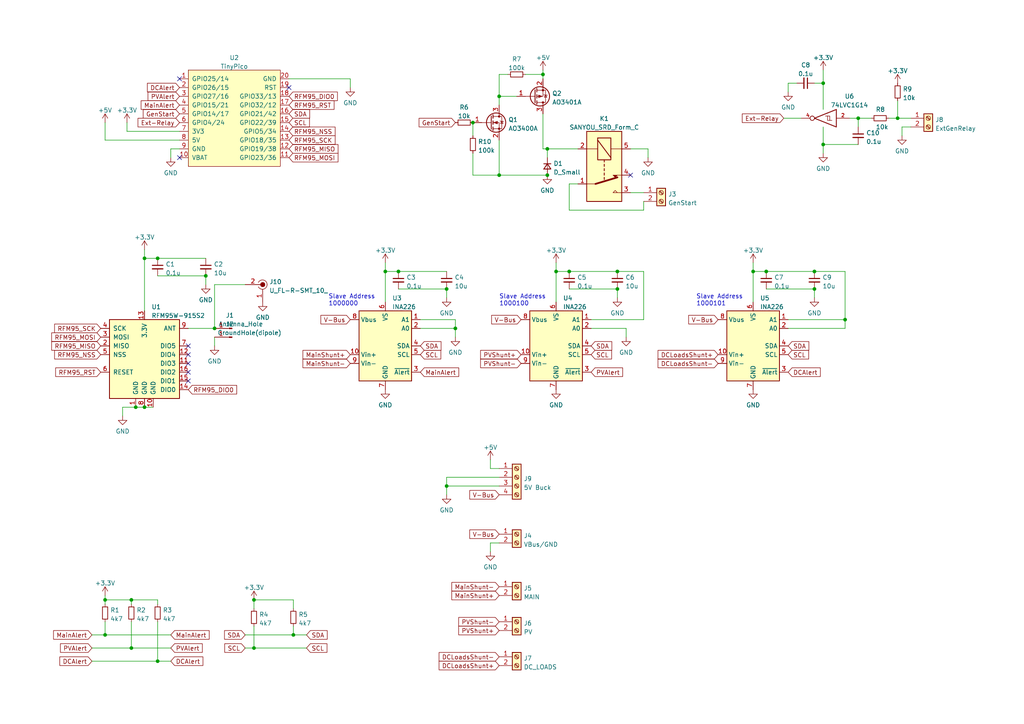
<source format=kicad_sch>
(kicad_sch (version 20211123) (generator eeschema)
  (paper "A4")
  (lib_symbols
    (symbol "74xGxx:74LVC1G14" (pin_names (offset 1.016))
      (property "Reference" "U" (at -2.54 3.81 0))
      (property "Value" "74LVC1G14" (at 0 -3.81 0))
      (symbol "74LVC1G14_0_1"
        (polyline (pts (xy -1.905 -0.635) (xy -1.27 -0.635) (xy -1.27 0.635)))
        (polyline (pts (xy -3.81 2.54) (xy -3.81 -2.54) (xy 2.54 0) (xy -3.81 2.54)) (stroke (width 0.254)))
        (polyline (pts (xy -2.54 -0.635) (xy -1.905 -0.635) (xy -1.905 0.635) (xy -0.635 0.635)))
      )
      (symbol "74LVC1G14_1_1"
        (pin input line (at -7.62 0 0) (length 3.81) (name "~") (number "2"))
        (pin power_in line (at 0 -2.54 270) (length 0) hide (name "GND") (number "3"))
        (pin output inverted (at 6.35 0 180) (length 3.81) (name "~") (number "4"))
        (pin power_in line (at 0 2.54 90) (length 0) hide (name "VCC") (number "5"))
      )
    )
    (symbol "Analog_ADC:INA226"
      (property "Reference" "U" (at -6.35 11.43 0))
      (property "Value" "INA226" (at 3.81 11.43 0))
      (symbol "INA226_0_1"
        (rectangle (start 7.62 10.16) (end -7.62 -10.16) (stroke (width 0.254)) (fill (type background)))
      )
      (symbol "INA226_1_1"
        (pin input line (at 10.16 7.62 180) (length 2.54) (name "A1") (number "1"))
        (pin input line (at -10.16 -2.54 0) (length 2.54) (name "Vin+") (number "10"))
        (pin input line (at 10.16 5.08 180) (length 2.54) (name "A0") (number "2"))
        (pin open_collector line (at 10.16 -7.62 180) (length 2.54) (name "~{Alert}") (number "3"))
        (pin bidirectional line (at 10.16 0 180) (length 2.54) (name "SDA") (number "4"))
        (pin input line (at 10.16 -2.54 180) (length 2.54) (name "SCL") (number "5"))
        (pin power_in line (at 0 12.7 270) (length 2.54) (name "VS") (number "6"))
        (pin power_in line (at 0 -12.7 90) (length 2.54) (name "GND") (number "7"))
        (pin input line (at -10.16 7.62 0) (length 2.54) (name "Vbus") (number "8"))
        (pin input line (at -10.16 -5.08 0) (length 2.54) (name "Vin-") (number "9"))
      )
    )
    (symbol "Connector:Conn_01x01_Male" (pin_names (offset 1.016) hide)
      (property "Reference" "J" (at 0 2.54 0))
      (property "Value" "Conn_01x01_Male" (at 0 -2.54 0))
      (symbol "Conn_01x01_Male_1_1"
        (polyline (pts (xy 1.27 0) (xy 0.8636 0)) (stroke (width 0.1524)))
        (rectangle (start 0.8636 0.127) (end 0 -0.127) (stroke (width 0.1524)) (fill (type outline)))
        (pin passive line (at 5.08 0 180) (length 3.81) (name "Pin_1") (number "1"))
      )
    )
    (symbol "Connector:Screw_Terminal_01x02" (pin_names (offset 1.016) hide)
      (property "Reference" "J" (at 0 2.54 0))
      (property "Value" "Screw_Terminal_01x02" (at 0 -5.08 0))
      (symbol "Screw_Terminal_01x02_1_1"
        (rectangle (start -1.27 1.27) (end 1.27 -3.81) (stroke (width 0.254)) (fill (type background)))
        (circle (center 0 -2.54) (radius 0.635) (stroke (width 0.1524)))
        (polyline (pts (xy -0.5334 -2.2098) (xy 0.3302 -3.048)) (stroke (width 0.1524)))
        (polyline (pts (xy -0.5334 0.3302) (xy 0.3302 -0.508)) (stroke (width 0.1524)))
        (polyline (pts (xy -0.3556 -2.032) (xy 0.508 -2.8702)) (stroke (width 0.1524)))
        (polyline (pts (xy -0.3556 0.508) (xy 0.508 -0.3302)) (stroke (width 0.1524)))
        (circle (center 0 0) (radius 0.635) (stroke (width 0.1524)))
        (pin passive line (at -5.08 0 0) (length 3.81) (name "Pin_1") (number "1"))
        (pin passive line (at -5.08 -2.54 0) (length 3.81) (name "Pin_2") (number "2"))
      )
    )
    (symbol "Connector:Screw_Terminal_01x04" (pin_names (offset 1.016) hide)
      (property "Reference" "J" (at 0 5.08 0))
      (property "Value" "Screw_Terminal_01x04" (at 0 -7.62 0))
      (symbol "Screw_Terminal_01x04_1_1"
        (rectangle (start -1.27 3.81) (end 1.27 -6.35) (stroke (width 0.254)) (fill (type background)))
        (circle (center 0 -5.08) (radius 0.635) (stroke (width 0.1524)))
        (circle (center 0 -2.54) (radius 0.635) (stroke (width 0.1524)))
        (polyline (pts (xy -0.5334 -4.7498) (xy 0.3302 -5.588)) (stroke (width 0.1524)))
        (polyline (pts (xy -0.5334 -2.2098) (xy 0.3302 -3.048)) (stroke (width 0.1524)))
        (polyline (pts (xy -0.5334 0.3302) (xy 0.3302 -0.508)) (stroke (width 0.1524)))
        (polyline (pts (xy -0.5334 2.8702) (xy 0.3302 2.032)) (stroke (width 0.1524)))
        (polyline (pts (xy -0.3556 -4.572) (xy 0.508 -5.4102)) (stroke (width 0.1524)))
        (polyline (pts (xy -0.3556 -2.032) (xy 0.508 -2.8702)) (stroke (width 0.1524)))
        (polyline (pts (xy -0.3556 0.508) (xy 0.508 -0.3302)) (stroke (width 0.1524)))
        (polyline (pts (xy -0.3556 3.048) (xy 0.508 2.2098)) (stroke (width 0.1524)))
        (circle (center 0 0) (radius 0.635) (stroke (width 0.1524)))
        (circle (center 0 2.54) (radius 0.635) (stroke (width 0.1524)))
        (pin passive line (at -5.08 2.54 0) (length 3.81) (name "Pin_1") (number "1"))
        (pin passive line (at -5.08 0 0) (length 3.81) (name "Pin_2") (number "2"))
        (pin passive line (at -5.08 -2.54 0) (length 3.81) (name "Pin_3") (number "3"))
        (pin passive line (at -5.08 -5.08 0) (length 3.81) (name "Pin_4") (number "4"))
      )
    )
    (symbol "Device:C_Small" (pin_numbers hide) (pin_names (offset 0.254) hide)
      (property "Reference" "C" (at 0.254 1.778 0))
      (property "Value" "C_Small" (at 0.254 -2.032 0))
      (symbol "C_Small_0_1"
        (polyline (pts (xy -1.524 -0.508) (xy 1.524 -0.508)) (stroke (width 0.3302)))
        (polyline (pts (xy -1.524 0.508) (xy 1.524 0.508)) (stroke (width 0.3048)))
      )
      (symbol "C_Small_1_1"
        (pin passive line (at 0 2.54 270) (length 2.032) (name "~") (number "1"))
        (pin passive line (at 0 -2.54 90) (length 2.032) (name "~") (number "2"))
      )
    )
    (symbol "Device:D_Small" (pin_numbers hide) (pin_names (offset 0.254) hide)
      (property "Reference" "D" (at -1.27 2.032 0))
      (property "Value" "D_Small" (at -3.81 -2.032 0))
      (symbol "D_Small_0_1"
        (polyline (pts (xy -0.762 -1.016) (xy -0.762 1.016)) (stroke (width 0.254)))
        (polyline (pts (xy -0.762 0) (xy 0.762 0)))
        (polyline (pts (xy 0.762 -1.016) (xy -0.762 0) (xy 0.762 1.016) (xy 0.762 -1.016)) (stroke (width 0.254)))
      )
      (symbol "D_Small_1_1"
        (pin passive line (at -2.54 0 0) (length 1.778) (name "K") (number "1"))
        (pin passive line (at 2.54 0 180) (length 1.778) (name "A") (number "2"))
      )
    )
    (symbol "Device:R_Small" (pin_numbers hide) (pin_names (offset 0.254) hide)
      (property "Reference" "R" (at 0.762 0.508 0))
      (property "Value" "R_Small" (at 0.762 -1.016 0))
      (symbol "R_Small_0_1"
        (rectangle (start -0.762 1.778) (end 0.762 -1.778) (stroke (width 0.2032)))
      )
      (symbol "R_Small_1_1"
        (pin passive line (at 0 2.54 270) (length 0.762) (name "~") (number "1"))
        (pin passive line (at 0 -2.54 90) (length 0.762) (name "~") (number "2"))
      )
    )
    (symbol "RF_Module:RFM95W-915S2" (pin_names (offset 1.016))
      (property "Reference" "U" (at -10.414 11.684 0))
      (property "Value" "RFM95W-915S2" (at 1.524 11.43 0))
      (symbol "RFM95W-915S2_0_1"
        (rectangle (start -10.16 10.16) (end 10.16 -12.7) (stroke (width 0.254)) (fill (type background)))
      )
      (symbol "RFM95W-915S2_1_1"
        (pin power_in line (at -2.54 -15.24 90) (length 2.54) (name "GND") (number "1"))
        (pin power_in line (at 2.54 -15.24 90) (length 2.54) (name "GND") (number "10"))
        (pin bidirectional line (at 12.7 -2.54 180) (length 2.54) (name "DIO3") (number "11"))
        (pin bidirectional line (at 12.7 0 180) (length 2.54) (name "DIO4") (number "12"))
        (pin power_in line (at 0 12.7 270) (length 2.54) (name "3.3V") (number "13"))
        (pin bidirectional line (at 12.7 -10.16 180) (length 2.54) (name "DIO0") (number "14"))
        (pin bidirectional line (at 12.7 -7.62 180) (length 2.54) (name "DIO1") (number "15"))
        (pin bidirectional line (at 12.7 -5.08 180) (length 2.54) (name "DIO2") (number "16"))
        (pin output line (at -12.7 2.54 0) (length 2.54) (name "MISO") (number "2"))
        (pin input line (at -12.7 5.08 0) (length 2.54) (name "MOSI") (number "3"))
        (pin input line (at -12.7 7.62 0) (length 2.54) (name "SCK") (number "4"))
        (pin input line (at -12.7 0 0) (length 2.54) (name "NSS") (number "5"))
        (pin bidirectional line (at -12.7 -5.08 0) (length 2.54) (name "RESET") (number "6"))
        (pin bidirectional line (at 12.7 2.54 180) (length 2.54) (name "DIO5") (number "7"))
        (pin power_in line (at 0 -15.24 90) (length 2.54) (name "GND") (number "8"))
        (pin bidirectional line (at 12.7 7.62 180) (length 2.54) (name "ANT") (number "9"))
      )
    )
    (symbol "Relay:SANYOU_SRD_Form_C"
      (property "Reference" "K" (at 11.43 3.81 0))
      (property "Value" "SANYOU_SRD_Form_C" (at 11.43 1.27 0))
      (symbol "SANYOU_SRD_Form_C_0_0"
        (polyline (pts (xy 7.62 5.08) (xy 7.62 2.54) (xy 6.985 3.175) (xy 7.62 3.81)))
      )
      (symbol "SANYOU_SRD_Form_C_0_1"
        (rectangle (start -10.16 5.08) (end 10.16 -5.08) (stroke (width 0.254)) (fill (type background)))
        (rectangle (start -8.255 1.905) (end -1.905 -1.905) (stroke (width 0.254)))
        (polyline (pts (xy -7.62 -1.905) (xy -2.54 1.905)) (stroke (width 0.254)))
        (polyline (pts (xy -5.08 -5.08) (xy -5.08 -1.905)))
        (polyline (pts (xy -5.08 5.08) (xy -5.08 1.905)))
        (polyline (pts (xy -1.905 0) (xy -1.27 0)) (stroke (width 0.254)))
        (polyline (pts (xy -0.635 0) (xy 0 0)) (stroke (width 0.254)))
        (polyline (pts (xy 0.635 0) (xy 1.27 0)) (stroke (width 0.254)))
        (polyline (pts (xy 1.905 0) (xy 2.54 0)) (stroke (width 0.254)))
        (polyline (pts (xy 3.175 0) (xy 3.81 0)) (stroke (width 0.254)))
        (polyline (pts (xy 5.08 -2.54) (xy 3.175 3.81)) (stroke (width 0.508)))
        (polyline (pts (xy 5.08 -2.54) (xy 5.08 -5.08)))
      )
      (symbol "SANYOU_SRD_Form_C_1_1"
        (polyline (pts (xy 2.54 3.81) (xy 3.175 3.175) (xy 2.54 2.54) (xy 2.54 5.08)) (fill (type outline)))
        (pin passive line (at 5.08 -7.62 90) (length 2.54) (name "~") (number "1"))
        (pin passive line (at -5.08 -7.62 90) (length 2.54) (name "~") (number "2"))
        (pin passive line (at 7.62 7.62 270) (length 2.54) (name "~") (number "3"))
        (pin passive line (at 2.54 7.62 270) (length 2.54) (name "~") (number "4"))
        (pin passive line (at -5.08 7.62 270) (length 2.54) (name "~") (number "5"))
      )
    )
    (symbol "Transistor_FET:AO3400A" (pin_names hide)
      (property "Reference" "Q" (at 5.08 1.905 0))
      (property "Value" "AO3400A" (at 5.08 0 0))
      (symbol "AO3400A_0_1"
        (polyline (pts (xy 0.254 0) (xy -2.54 0)))
        (polyline (pts (xy 0.254 1.905) (xy 0.254 -1.905)) (stroke (width 0.254)))
        (polyline (pts (xy 0.762 -1.27) (xy 0.762 -2.286)) (stroke (width 0.254)))
        (polyline (pts (xy 0.762 0.508) (xy 0.762 -0.508)) (stroke (width 0.254)))
        (polyline (pts (xy 0.762 2.286) (xy 0.762 1.27)) (stroke (width 0.254)))
        (polyline (pts (xy 2.54 2.54) (xy 2.54 1.778)))
        (polyline (pts (xy 2.54 -2.54) (xy 2.54 0) (xy 0.762 0)))
        (polyline (pts (xy 0.762 -1.778) (xy 3.302 -1.778) (xy 3.302 1.778) (xy 0.762 1.778)))
        (polyline (pts (xy 1.016 0) (xy 2.032 0.381) (xy 2.032 -0.381) (xy 1.016 0)) (fill (type outline)))
        (polyline (pts (xy 2.794 0.508) (xy 2.921 0.381) (xy 3.683 0.381) (xy 3.81 0.254)))
        (polyline (pts (xy 3.302 0.381) (xy 2.921 -0.254) (xy 3.683 -0.254) (xy 3.302 0.381)))
        (circle (center 1.651 0) (radius 2.794) (stroke (width 0.254)))
        (circle (center 2.54 -1.778) (radius 0.254) (fill (type outline)))
        (circle (center 2.54 1.778) (radius 0.254) (fill (type outline)))
      )
      (symbol "AO3400A_1_1"
        (pin input line (at -5.08 0 0) (length 2.54) (name "G") (number "1"))
        (pin passive line (at 2.54 -5.08 90) (length 2.54) (name "S") (number "2"))
        (pin passive line (at 2.54 5.08 270) (length 2.54) (name "D") (number "3"))
      )
    )
    (symbol "Transistor_FET:AO3401A" (pin_names hide)
      (property "Reference" "Q" (at 5.08 1.905 0))
      (property "Value" "AO3401A" (at 5.08 0 0))
      (symbol "AO3401A_0_1"
        (polyline (pts (xy 0.254 0) (xy -2.54 0)))
        (polyline (pts (xy 0.254 1.905) (xy 0.254 -1.905)) (stroke (width 0.254)))
        (polyline (pts (xy 0.762 -1.27) (xy 0.762 -2.286)) (stroke (width 0.254)))
        (polyline (pts (xy 0.762 0.508) (xy 0.762 -0.508)) (stroke (width 0.254)))
        (polyline (pts (xy 0.762 2.286) (xy 0.762 1.27)) (stroke (width 0.254)))
        (polyline (pts (xy 2.54 2.54) (xy 2.54 1.778)))
        (polyline (pts (xy 2.54 -2.54) (xy 2.54 0) (xy 0.762 0)))
        (polyline (pts (xy 0.762 1.778) (xy 3.302 1.778) (xy 3.302 -1.778) (xy 0.762 -1.778)))
        (polyline (pts (xy 2.286 0) (xy 1.27 0.381) (xy 1.27 -0.381) (xy 2.286 0)) (fill (type outline)))
        (polyline (pts (xy 2.794 -0.508) (xy 2.921 -0.381) (xy 3.683 -0.381) (xy 3.81 -0.254)))
        (polyline (pts (xy 3.302 -0.381) (xy 2.921 0.254) (xy 3.683 0.254) (xy 3.302 -0.381)))
        (circle (center 1.651 0) (radius 2.794) (stroke (width 0.254)))
        (circle (center 2.54 -1.778) (radius 0.254) (fill (type outline)))
        (circle (center 2.54 1.778) (radius 0.254) (fill (type outline)))
      )
      (symbol "AO3401A_1_1"
        (pin input line (at -5.08 0 0) (length 2.54) (name "G") (number "1"))
        (pin passive line (at 2.54 -5.08 90) (length 2.54) (name "S") (number "2"))
        (pin passive line (at 2.54 5.08 270) (length 2.54) (name "D") (number "3"))
      )
    )
    (symbol "dk_Coaxial-Connectors-RF:U_FL-R-SMT_10_" (pin_names (offset 1.016))
      (property "Reference" "J" (at -1.27 1.27 0))
      (property "Value" "U_FL-R-SMT_10_" (at 1.27 -2.54 0))
      (symbol "U_FL-R-SMT_10__1_1"
        (arc (start -1.27 0) (mid -0.2651 -1.3081) (end 1.27 -0.635))
        (circle (center 0 0) (radius 0.635) (fill (type outline)))
        (arc (start 1.27 0.635) (mid -0.2496 1.3256) (end -1.27 0))
        (pin passive line (at 0 -5.08 90) (length 3.683) (name "~") (number "1"))
        (pin passive line (at 5.08 0 180) (length 4.445) (name "~") (number "2"))
      )
    )
    (symbol "dmc_dev_modules:TinyPico" (pin_names (offset 1.016))
      (property "Reference" "U" (at -8.89 16.51 0))
      (property "Value" "TinyPico" (at -8.89 13.97 0))
      (symbol "TinyPico_0_1"
        (rectangle (start -13.97 12.7) (end 12.7 -15.24) (fill (type background)))
      )
      (symbol "TinyPico_1_1"
        (pin passive line (at -16.51 10.16 0) (length 2.54) (name "GPIO25/14") (number "1"))
        (pin passive line (at -16.51 -12.7 0) (length 2.54) (name "VBAT") (number "10"))
        (pin passive line (at 15.24 -12.7 180) (length 2.54) (name "GPIO23/36") (number "11"))
        (pin passive line (at 15.24 -10.16 180) (length 2.54) (name "GPIO19/38") (number "12"))
        (pin passive line (at 15.24 -7.62 180) (length 2.54) (name "GPIO18/35") (number "13"))
        (pin passive line (at 15.24 -5.08 180) (length 2.54) (name "GPIO5/34") (number "14"))
        (pin passive line (at 15.24 -2.54 180) (length 2.54) (name "GPIO22/39") (number "15"))
        (pin passive line (at 15.24 0 180) (length 2.54) (name "GPIO21/42") (number "16"))
        (pin passive line (at 15.24 2.54 180) (length 2.54) (name "GPIO32/12") (number "17"))
        (pin passive line (at 15.24 5.08 180) (length 2.54) (name "GPIO33/13") (number "18"))
        (pin passive line (at 15.24 7.62 180) (length 2.54) (name "RST") (number "19"))
        (pin passive line (at -16.51 7.62 0) (length 2.54) (name "GPIO26/15") (number "2"))
        (pin power_in line (at 15.24 10.16 180) (length 2.54) (name "GND") (number "20"))
        (pin passive line (at -16.51 5.08 0) (length 2.54) (name "GPIO27/16") (number "3"))
        (pin passive line (at -16.51 2.54 0) (length 2.54) (name "GPIO15/21") (number "4"))
        (pin passive line (at -16.51 0 0) (length 2.54) (name "GPIO14/17") (number "5"))
        (pin passive line (at -16.51 -2.54 0) (length 2.54) (name "GPIO4/24") (number "6"))
        (pin power_out line (at -16.51 -5.08 0) (length 2.54) (name "3V3") (number "7"))
        (pin power_in line (at -16.51 -7.62 0) (length 2.54) (name "5V") (number "8"))
        (pin power_in line (at -16.51 -10.16 0) (length 2.54) (name "GND") (number "9"))
      )
    )
    (symbol "power:+3.3V" (power) (pin_names (offset 0))
      (property "Value" "+3.3V" (at 0 3.556 0))
      (symbol "+3.3V_0_1"
        (polyline (pts (xy -0.762 1.27) (xy 0 2.54)))
        (polyline (pts (xy 0 0) (xy 0 2.54)))
        (polyline (pts (xy 0 2.54) (xy 0.762 1.27)))
      )
      (symbol "+3.3V_1_1"
        (pin power_in line (at 0 0 90) (length 0) hide (name "+3.3V") (number "1"))
      )
    )
    (symbol "power:+5V" (power) (pin_names (offset 0))
      (property "Value" "+5V" (at 0 3.556 0))
      (symbol "+5V_0_1"
        (polyline (pts (xy -0.762 1.27) (xy 0 2.54)))
        (polyline (pts (xy 0 0) (xy 0 2.54)))
        (polyline (pts (xy 0 2.54) (xy 0.762 1.27)))
      )
      (symbol "+5V_1_1"
        (pin power_in line (at 0 0 90) (length 0) hide (name "+5V") (number "1"))
      )
    )
    (symbol "power:GND" (power) (pin_names (offset 0))
      (property "Value" "GND" (at 0 -3.81 0))
      (symbol "GND_0_1"
        (polyline (pts (xy 0 0) (xy 0 -1.27) (xy 1.27 -1.27) (xy 0 -2.54) (xy -1.27 -1.27) (xy 0 -1.27)))
      )
      (symbol "GND_1_1"
        (pin power_in line (at 0 0 270) (length 0) hide (name "GND") (number "1"))
      )
    )
  )
  (junction (at 85.09 184.15))
  (junction (at 129.54 140.97))
  (junction (at 115.57 78.74))
  (junction (at 62.23 95.25))
  (junction (at 179.07 78.74))
  (junction (at 222.25 78.74))
  (junction (at 165.1 78.74))
  (junction (at 238.76 24.13))
  (junction (at 73.66 173.99))
  (junction (at 59.69 80.01))
  (junction (at 73.66 187.96))
  (junction (at 45.72 74.93))
  (junction (at 158.75 50.8))
  (junction (at 144.78 27.94))
  (junction (at 236.22 78.74))
  (junction (at 132.08 95.25))
  (junction (at 158.75 43.18))
  (junction (at 144.78 50.8))
  (junction (at 236.22 83.82))
  (junction (at 39.37 118.11))
  (junction (at 38.1 173.99))
  (junction (at 41.91 118.11))
  (junction (at 161.29 78.74))
  (junction (at 41.91 74.93))
  (junction (at 179.07 83.82))
  (junction (at 137.16 35.56))
  (junction (at 218.44 78.74))
  (junction (at 260.35 34.29))
  (junction (at 157.48 21.59))
  (junction (at 30.48 184.15))
  (junction (at 238.76 41.91))
  (junction (at 38.1 187.96))
  (junction (at 245.11 92.71))
  (junction (at 248.92 34.29))
  (junction (at 129.54 83.82))
  (junction (at 111.76 78.74))
  (junction (at 45.72 191.77))
  (junction (at 30.48 173.99))
  (no_connect (at 54.61 105.41))
  (no_connect (at 54.61 107.95))
  (no_connect (at 54.61 102.87))
  (no_connect (at 52.07 45.72))
  (no_connect (at 83.82 25.4))
  (no_connect (at 54.61 100.33))
  (no_connect (at 54.61 110.49))
  (no_connect (at 182.88 50.8))
  (no_connect (at 52.07 22.86))
  (wire (pts (xy 218.44 78.74) (xy 218.44 87.63)))
  (wire (pts (xy 36.83 35.56) (xy 36.83 38.1)))
  (wire (pts (xy 144.78 50.8) (xy 158.75 50.8)))
  (wire (pts (xy 71.12 82.55) (xy 62.23 82.55)))
  (wire (pts (xy 121.92 95.25) (xy 132.08 95.25)))
  (wire (pts (xy 157.48 43.18) (xy 158.75 43.18)))
  (wire (pts (xy 236.22 24.13) (xy 238.76 24.13)))
  (wire (pts (xy 182.88 55.88) (xy 186.69 55.88)))
  (wire (pts (xy 45.72 74.93) (xy 59.69 74.93)))
  (wire (pts (xy 222.25 83.82) (xy 236.22 83.82)))
  (wire (pts (xy 30.48 184.15) (xy 49.53 184.15)))
  (wire (pts (xy 111.76 76.2) (xy 111.76 78.74)))
  (wire (pts (xy 144.78 138.43) (xy 129.54 138.43)))
  (wire (pts (xy 179.07 83.82) (xy 179.07 86.36)))
  (wire (pts (xy 228.6 95.25) (xy 245.11 95.25)))
  (wire (pts (xy 30.48 180.34) (xy 30.48 184.15)))
  (wire (pts (xy 137.16 44.45) (xy 137.16 50.8)))
  (wire (pts (xy 137.16 35.56) (xy 137.16 39.37)))
  (wire (pts (xy 152.4 21.59) (xy 157.48 21.59)))
  (wire (pts (xy 49.53 43.18) (xy 49.53 45.72)))
  (wire (pts (xy 228.6 92.71) (xy 245.11 92.71)))
  (wire (pts (xy 62.23 97.79) (xy 62.23 100.33)))
  (wire (pts (xy 171.45 95.25) (xy 181.61 95.25)))
  (wire (pts (xy 157.48 33.02) (xy 157.48 43.18)))
  (wire (pts (xy 30.48 172.72) (xy 30.48 173.99)))
  (wire (pts (xy 171.45 92.71) (xy 186.69 92.71)))
  (wire (pts (xy 261.62 36.83) (xy 261.62 39.37)))
  (wire (pts (xy 158.75 43.18) (xy 167.64 43.18)))
  (wire (pts (xy 228.6 24.13) (xy 228.6 26.67)))
  (wire (pts (xy 62.23 82.55) (xy 62.23 95.25)))
  (wire (pts (xy 73.66 187.96) (xy 88.9 187.96)))
  (wire (pts (xy 36.83 38.1) (xy 52.07 38.1)))
  (wire (pts (xy 260.35 34.29) (xy 264.16 34.29)))
  (wire (pts (xy 158.75 43.18) (xy 158.75 45.72)))
  (wire (pts (xy 26.67 191.77) (xy 45.72 191.77)))
  (wire (pts (xy 71.12 187.96) (xy 73.66 187.96)))
  (wire (pts (xy 30.48 40.64) (xy 30.48 35.56)))
  (wire (pts (xy 165.1 78.74) (xy 179.07 78.74)))
  (wire (pts (xy 129.54 138.43) (xy 129.54 140.97)))
  (wire (pts (xy 85.09 173.99) (xy 73.66 173.99)))
  (wire (pts (xy 83.82 22.86) (xy 101.6 22.86)))
  (wire (pts (xy 38.1 173.99) (xy 45.72 173.99)))
  (wire (pts (xy 137.16 50.8) (xy 144.78 50.8)))
  (wire (pts (xy 52.07 40.64) (xy 30.48 40.64)))
  (wire (pts (xy 218.44 76.2) (xy 218.44 78.74)))
  (wire (pts (xy 238.76 36.83) (xy 238.76 41.91)))
  (wire (pts (xy 144.78 140.97) (xy 129.54 140.97)))
  (wire (pts (xy 238.76 41.91) (xy 238.76 44.45)))
  (wire (pts (xy 246.38 34.29) (xy 248.92 34.29)))
  (wire (pts (xy 218.44 78.74) (xy 222.25 78.74)))
  (wire (pts (xy 187.96 43.18) (xy 187.96 45.72)))
  (wire (pts (xy 144.78 30.48) (xy 144.78 27.94)))
  (wire (pts (xy 85.09 176.53) (xy 85.09 173.99)))
  (wire (pts (xy 161.29 78.74) (xy 161.29 87.63)))
  (wire (pts (xy 45.72 175.26) (xy 45.72 173.99)))
  (wire (pts (xy 157.48 21.59) (xy 157.48 22.86)))
  (wire (pts (xy 248.92 34.29) (xy 248.92 36.83)))
  (wire (pts (xy 73.66 181.61) (xy 73.66 187.96)))
  (wire (pts (xy 147.32 21.59) (xy 144.78 21.59)))
  (wire (pts (xy 85.09 184.15) (xy 88.9 184.15)))
  (wire (pts (xy 245.11 78.74) (xy 236.22 78.74)))
  (wire (pts (xy 115.57 83.82) (xy 129.54 83.82)))
  (wire (pts (xy 186.69 78.74) (xy 179.07 78.74)))
  (wire (pts (xy 45.72 80.01) (xy 59.69 80.01)))
  (wire (pts (xy 181.61 95.25) (xy 181.61 97.79)))
  (wire (pts (xy 238.76 24.13) (xy 238.76 31.75)))
  (wire (pts (xy 165.1 60.96) (xy 165.1 53.34)))
  (wire (pts (xy 165.1 53.34) (xy 167.64 53.34)))
  (wire (pts (xy 186.69 60.96) (xy 165.1 60.96)))
  (wire (pts (xy 44.45 118.11) (xy 41.91 118.11)))
  (wire (pts (xy 144.78 27.94) (xy 149.86 27.94)))
  (wire (pts (xy 35.56 118.11) (xy 35.56 120.65)))
  (wire (pts (xy 227.33 34.29) (xy 232.41 34.29)))
  (wire (pts (xy 45.72 180.34) (xy 45.72 191.77)))
  (wire (pts (xy 260.35 29.21) (xy 260.35 34.29)))
  (wire (pts (xy 26.67 184.15) (xy 30.48 184.15)))
  (wire (pts (xy 54.61 95.25) (xy 62.23 95.25)))
  (wire (pts (xy 30.48 173.99) (xy 30.48 175.26)))
  (wire (pts (xy 248.92 34.29) (xy 252.73 34.29)))
  (wire (pts (xy 161.29 76.2) (xy 161.29 78.74)))
  (wire (pts (xy 142.24 157.48) (xy 142.24 160.02)))
  (wire (pts (xy 121.92 92.71) (xy 132.08 92.71)))
  (wire (pts (xy 52.07 43.18) (xy 49.53 43.18)))
  (wire (pts (xy 238.76 20.32) (xy 238.76 24.13)))
  (wire (pts (xy 264.16 36.83) (xy 261.62 36.83)))
  (wire (pts (xy 238.76 41.91) (xy 248.92 41.91)))
  (wire (pts (xy 132.08 95.25) (xy 132.08 97.79)))
  (wire (pts (xy 129.54 83.82) (xy 129.54 86.36)))
  (wire (pts (xy 85.09 181.61) (xy 85.09 184.15)))
  (wire (pts (xy 142.24 133.35) (xy 142.24 135.89)))
  (wire (pts (xy 129.54 140.97) (xy 129.54 143.51)))
  (wire (pts (xy 41.91 118.11) (xy 39.37 118.11)))
  (wire (pts (xy 186.69 58.42) (xy 186.69 60.96)))
  (wire (pts (xy 245.11 92.71) (xy 245.11 78.74)))
  (wire (pts (xy 45.72 191.77) (xy 49.53 191.77)))
  (wire (pts (xy 38.1 173.99) (xy 38.1 175.26)))
  (wire (pts (xy 144.78 157.48) (xy 142.24 157.48)))
  (wire (pts (xy 73.66 173.99) (xy 73.66 176.53)))
  (wire (pts (xy 182.88 43.18) (xy 187.96 43.18)))
  (wire (pts (xy 71.12 184.15) (xy 85.09 184.15)))
  (wire (pts (xy 30.48 173.99) (xy 38.1 173.99)))
  (wire (pts (xy 231.14 24.13) (xy 228.6 24.13)))
  (wire (pts (xy 39.37 118.11) (xy 35.56 118.11)))
  (wire (pts (xy 245.11 95.25) (xy 245.11 92.71)))
  (wire (pts (xy 222.25 78.74) (xy 236.22 78.74)))
  (wire (pts (xy 157.48 20.32) (xy 157.48 21.59)))
  (wire (pts (xy 236.22 83.82) (xy 236.22 86.36)))
  (wire (pts (xy 132.08 92.71) (xy 132.08 95.25)))
  (wire (pts (xy 144.78 40.64) (xy 144.78 50.8)))
  (wire (pts (xy 257.81 34.29) (xy 260.35 34.29)))
  (wire (pts (xy 111.76 78.74) (xy 115.57 78.74)))
  (wire (pts (xy 26.67 187.96) (xy 38.1 187.96)))
  (wire (pts (xy 41.91 72.39) (xy 41.91 74.93)))
  (wire (pts (xy 115.57 78.74) (xy 129.54 78.74)))
  (wire (pts (xy 165.1 83.82) (xy 179.07 83.82)))
  (wire (pts (xy 111.76 78.74) (xy 111.76 87.63)))
  (wire (pts (xy 142.24 135.89) (xy 144.78 135.89)))
  (wire (pts (xy 41.91 74.93) (xy 41.91 90.17)))
  (wire (pts (xy 161.29 78.74) (xy 165.1 78.74)))
  (wire (pts (xy 41.91 74.93) (xy 45.72 74.93)))
  (wire (pts (xy 101.6 22.86) (xy 101.6 25.4)))
  (wire (pts (xy 38.1 180.34) (xy 38.1 187.96)))
  (wire (pts (xy 186.69 92.71) (xy 186.69 78.74)))
  (wire (pts (xy 144.78 21.59) (xy 144.78 27.94)))
  (wire (pts (xy 59.69 80.01) (xy 59.69 82.55)))
  (wire (pts (xy 38.1 187.96) (xy 49.53 187.96)))
  (text "Slave Address\n1000101" (at 201.93 88.9 0) (effects (font (size 1.27 1.27)) (justify left bottom)))
  (text "Slave Address\n1000000" (at 95.25 88.9 0) (effects (font (size 1.27 1.27)) (justify left bottom)))
  (text "Slave Address\n1000100" (at 144.78 88.9 0) (effects (font (size 1.27 1.27)) (justify left bottom)))
  (global_label "DCAlert" (shape input) (at 49.53 191.77 0) (property "Intersheet References" "${INTERSHEET_REFS}" (effects hide)))
  (global_label "PVAlert" (shape input) (at 52.07 27.94 180) (property "Intersheet References" "${INTERSHEET_REFS}" (effects hide)))
  (global_label "MainAlert" (shape input) (at 121.92 107.95 0) (property "Intersheet References" "${INTERSHEET_REFS}" (effects hide)))
  (global_label "DCLoadsShunt+" (shape input) (at 208.28 102.87 180) (property "Intersheet References" "${INTERSHEET_REFS}" (effects hide)))
  (global_label "RFM95_RST" (shape input) (at 83.82 30.48 0) (property "Intersheet References" "${INTERSHEET_REFS}" (effects hide)))
  (global_label "SCL" (shape input) (at 121.92 102.87 0) (property "Intersheet References" "${INTERSHEET_REFS}" (effects hide)))
  (global_label "DCAlert" (shape input) (at 228.6 107.95 0) (property "Intersheet References" "${INTERSHEET_REFS}" (effects hide)))
  (global_label "SDA" (shape input) (at 71.12 184.15 180) (property "Intersheet References" "${INTERSHEET_REFS}" (effects hide)))
  (global_label "DCLoadsShunt-" (shape input) (at 208.28 105.41 180) (property "Intersheet References" "${INTERSHEET_REFS}" (effects hide)))
  (global_label "MainAlert" (shape input) (at 49.53 184.15 0) (property "Intersheet References" "${INTERSHEET_REFS}" (effects hide)))
  (global_label "DCLoadsShunt+" (shape input) (at 144.78 193.04 180) (property "Intersheet References" "${INTERSHEET_REFS}" (effects hide)))
  (global_label "RFM95_DIO0" (shape input) (at 83.82 27.94 0) (property "Intersheet References" "${INTERSHEET_REFS}" (effects hide)))
  (global_label "GenStart" (shape input) (at 52.07 33.02 180) (property "Intersheet References" "${INTERSHEET_REFS}" (effects hide)))
  (global_label "RFM95_SCK" (shape input) (at 83.82 40.64 0) (property "Intersheet References" "${INTERSHEET_REFS}" (effects hide)))
  (global_label "SDA" (shape input) (at 83.82 33.02 0) (property "Intersheet References" "${INTERSHEET_REFS}" (effects hide)))
  (global_label "MainAlert" (shape input) (at 52.07 30.48 180) (property "Intersheet References" "${INTERSHEET_REFS}" (effects hide)))
  (global_label "V-Bus" (shape input) (at 151.13 92.71 180) (property "Intersheet References" "${INTERSHEET_REFS}" (effects hide)))
  (global_label "RFM95_MOSI" (shape input) (at 29.21 97.79 180) (property "Intersheet References" "${INTERSHEET_REFS}" (effects hide)))
  (global_label "SDA" (shape input) (at 88.9 184.15 0) (property "Intersheet References" "${INTERSHEET_REFS}" (effects hide)))
  (global_label "MainShunt-" (shape input) (at 101.6 105.41 180) (property "Intersheet References" "${INTERSHEET_REFS}" (effects hide)))
  (global_label "SCL" (shape input) (at 88.9 187.96 0) (property "Intersheet References" "${INTERSHEET_REFS}" (effects hide)))
  (global_label "DCLoadsShunt-" (shape input) (at 144.78 190.5 180) (property "Intersheet References" "${INTERSHEET_REFS}" (effects hide)))
  (global_label "RFM95_MISO" (shape input) (at 83.82 43.18 0) (property "Intersheet References" "${INTERSHEET_REFS}" (effects hide)))
  (global_label "SCL" (shape input) (at 228.6 102.87 0) (property "Intersheet References" "${INTERSHEET_REFS}" (effects hide)))
  (global_label "RFM95_MISO" (shape input) (at 29.21 100.33 180) (property "Intersheet References" "${INTERSHEET_REFS}" (effects hide)))
  (global_label "MainShunt+" (shape input) (at 144.78 172.72 180) (property "Intersheet References" "${INTERSHEET_REFS}" (effects hide)))
  (global_label "DCAlert" (shape input) (at 26.67 191.77 180) (property "Intersheet References" "${INTERSHEET_REFS}" (effects hide)))
  (global_label "RFM95_NSS" (shape input) (at 83.82 38.1 0) (property "Intersheet References" "${INTERSHEET_REFS}" (effects hide)))
  (global_label "V-Bus" (shape input) (at 144.78 154.94 180) (property "Intersheet References" "${INTERSHEET_REFS}" (effects hide)))
  (global_label "PVAlert" (shape input) (at 26.67 187.96 180) (property "Intersheet References" "${INTERSHEET_REFS}" (effects hide)))
  (global_label "DCAlert" (shape input) (at 52.07 25.4 180) (property "Intersheet References" "${INTERSHEET_REFS}" (effects hide)))
  (global_label "SCL" (shape input) (at 83.82 35.56 0) (property "Intersheet References" "${INTERSHEET_REFS}" (effects hide)))
  (global_label "SCL" (shape input) (at 71.12 187.96 180) (property "Intersheet References" "${INTERSHEET_REFS}" (effects hide)))
  (global_label "V-Bus" (shape input) (at 101.6 92.71 180) (property "Intersheet References" "${INTERSHEET_REFS}" (effects hide)))
  (global_label "MainShunt-" (shape input) (at 144.78 170.18 180) (property "Intersheet References" "${INTERSHEET_REFS}" (effects hide)))
  (global_label "V-Bus" (shape input) (at 208.28 92.71 180) (property "Intersheet References" "${INTERSHEET_REFS}" (effects hide)))
  (global_label "RFM95_DIO0" (shape input) (at 54.61 113.03 0) (property "Intersheet References" "${INTERSHEET_REFS}" (effects hide)))
  (global_label "MainShunt+" (shape input) (at 101.6 102.87 180) (property "Intersheet References" "${INTERSHEET_REFS}" (effects hide)))
  (global_label "PVAlert" (shape input) (at 49.53 187.96 0) (property "Intersheet References" "${INTERSHEET_REFS}" (effects hide)))
  (global_label "GenStart" (shape input) (at 132.08 35.56 180) (property "Intersheet References" "${INTERSHEET_REFS}" (effects hide)))
  (global_label "SDA" (shape input) (at 171.45 100.33 0) (property "Intersheet References" "${INTERSHEET_REFS}" (effects hide)))
  (global_label "Ext-Relay" (shape input) (at 52.07 35.56 180) (property "Intersheet References" "${INTERSHEET_REFS}" (effects hide)))
  (global_label "V-Bus" (shape input) (at 144.78 143.51 180) (property "Intersheet References" "${INTERSHEET_REFS}" (effects hide)))
  (global_label "PVShunt-" (shape input) (at 144.78 180.34 180) (property "Intersheet References" "${INTERSHEET_REFS}" (effects hide)))
  (global_label "SDA" (shape input) (at 228.6 100.33 0) (property "Intersheet References" "${INTERSHEET_REFS}" (effects hide)))
  (global_label "MainAlert" (shape input) (at 26.67 184.15 180) (property "Intersheet References" "${INTERSHEET_REFS}" (effects hide)))
  (global_label "RFM95_MOSI" (shape input) (at 83.82 45.72 0) (property "Intersheet References" "${INTERSHEET_REFS}" (effects hide)))
  (global_label "RFM95_SCK" (shape input) (at 29.21 95.25 180) (property "Intersheet References" "${INTERSHEET_REFS}" (effects hide)))
  (global_label "RFM95_RST" (shape input) (at 29.21 107.95 180) (property "Intersheet References" "${INTERSHEET_REFS}" (effects hide)))
  (global_label "RFM95_NSS" (shape input) (at 29.21 102.87 180) (property "Intersheet References" "${INTERSHEET_REFS}" (effects hide)))
  (global_label "Ext-Relay" (shape input) (at 227.33 34.29 180) (property "Intersheet References" "${INTERSHEET_REFS}" (effects hide)))
  (global_label "SCL" (shape input) (at 171.45 102.87 0) (property "Intersheet References" "${INTERSHEET_REFS}" (effects hide)))
  (global_label "PVAlert" (shape input) (at 171.45 107.95 0) (property "Intersheet References" "${INTERSHEET_REFS}" (effects hide)))
  (global_label "PVShunt-" (shape input) (at 151.13 105.41 180) (property "Intersheet References" "${INTERSHEET_REFS}" (effects hide)))
  (global_label "SDA" (shape input) (at 121.92 100.33 0) (property "Intersheet References" "${INTERSHEET_REFS}" (effects hide)))
  (global_label "PVShunt+" (shape input) (at 144.78 182.88 180) (property "Intersheet References" "${INTERSHEET_REFS}" (effects hide)))
  (global_label "PVShunt+" (shape input) (at 151.13 102.87 180) (property "Intersheet References" "${INTERSHEET_REFS}" (effects hide)))
  (symbol (lib_id "power:+3.3V") (at 73.66 173.99 0) (unit 1)
    (property "Reference" "#PWR09" (effects hide))
    (property "Value" "+3.3V" (at 73.66 170.4142 0))
  )
  (symbol (lib_id "power:GND") (at 76.2 87.63 0) (unit 1)
    (property "Reference" "#PWR0104" (effects hide))
    (property "Value" "GND" (at 76.2 92.0734 0))
  )
  (symbol (lib_id "power:+3.3V") (at 41.91 72.39 0) (unit 1)
    (property "Reference" "#PWR05" (effects hide))
    (property "Value" "+3.3V" (at 41.91 68.8142 0))
  )
  (symbol (lib_id "Connector:Screw_Terminal_01x02") (at 149.86 180.34 0) (unit 1)
    (property "Reference" "J6" (at 151.892 180.7753 0) (effects (justify left)))
    (property "Value" "PV" (at 151.892 183.3122 0) (effects (justify left)))
    (property "Footprint" "TerminalBlock_Phoenix:TerminalBlock_Phoenix_MKDS-1,5-2-5.08_1x02_P5.08mm_Horizontal" (effects hide))
  )
  (symbol (lib_id "power:+3.3V") (at 218.44 76.2 0) (unit 1)
    (property "Reference" "#PWR022" (effects hide))
    (property "Value" "+3.3V" (at 218.44 72.6242 0))
  )
  (symbol (lib_id "power:GND") (at 129.54 143.51 0) (unit 1)
    (property "Reference" "#PWR0103" (effects hide))
    (property "Value" "GND" (at 129.54 147.9534 0))
  )
  (symbol (lib_id "power:GND") (at 238.76 44.45 0) (unit 1)
    (property "Reference" "#PWR027" (effects hide))
    (property "Value" "GND" (at 238.76 48.8934 0))
  )
  (symbol (lib_id "Transistor_FET:AO3401A") (at 154.94 27.94 0) (mirror x) (unit 1)
    (property "Reference" "Q2" (at 160.147 27.1053 0) (effects (justify left)))
    (property "Value" "AO3401A" (at 160.147 29.6422 0) (effects (justify left)))
    (property "Footprint" "Package_TO_SOT_SMD:SOT-23" (effects hide))
    (property "Datasheet" "http://www.aosmd.com/pdfs/datasheet/AO3401A.pdf" (effects hide))
    (property "LCSC Part Number" "C15127" (effects hide))
  )
  (symbol (lib_id "power:+3.3V") (at 260.35 24.13 0) (unit 1)
    (property "Reference" "#PWR028" (effects hide))
    (property "Value" "+3.3V" (at 260.35 20.5542 0))
  )
  (symbol (lib_id "power:GND") (at 129.54 86.36 0) (unit 1)
    (property "Reference" "#PWR013" (effects hide))
    (property "Value" "GND" (at 129.54 90.8034 0))
  )
  (symbol (lib_id "Device:C_Small") (at 222.25 81.28 0) (unit 1)
    (property "Reference" "C7" (at 224.5741 80.4516 0) (effects (justify left)))
    (property "Value" "0.1u" (at 224.5741 82.9885 0) (effects (justify left)))
    (property "Footprint" "Capacitor_SMD:C_1206_3216Metric_Pad1.33x1.80mm_HandSolder" (effects hide))
    (property "LCSC Part Number" "C82601" (effects hide))
  )
  (symbol (lib_id "power:GND") (at 142.24 160.02 0) (unit 1)
    (property "Reference" "#PWR0102" (effects hide))
    (property "Value" "GND" (at 142.24 164.4634 0))
  )
  (symbol (lib_id "power:+3.3V") (at 161.29 76.2 0) (unit 1)
    (property "Reference" "#PWR017" (effects hide))
    (property "Value" "+3.3V" (at 161.29 72.6242 0))
  )
  (symbol (lib_id "Device:R_Small") (at 134.62 35.56 90) (unit 1)
    (property "Reference" "R6" (at 134.62 31.1236 90))
    (property "Value" "10k" (at 134.62 33.6605 90))
    (property "Footprint" "Resistor_SMD:R_1206_3216Metric_Pad1.30x1.75mm_HandSolder" (effects hide))
    (property "LCSC Part Number" "C17902" (effects hide))
  )
  (symbol (lib_id "Device:C_Small") (at 248.92 39.37 0) (unit 1)
    (property "Reference" "C10" (at 251.2441 38.5416 0) (effects (justify left)))
    (property "Value" "0.1u" (at 251.2441 41.0785 0) (effects (justify left)))
    (property "Footprint" "Capacitor_SMD:C_1206_3216Metric_Pad1.33x1.80mm_HandSolder" (effects hide))
    (property "LCSC Part Number" "C82601" (effects hide))
  )
  (symbol (lib_id "power:GND") (at 236.22 86.36 0) (unit 1)
    (property "Reference" "#PWR025" (effects hide))
    (property "Value" "GND" (at 236.22 90.8034 0))
  )
  (symbol (lib_id "Connector:Conn_01x01_Male") (at 67.31 97.79 180) (unit 1)
    (property "Reference" "J2" (at 66.675 94.014 0))
    (property "Value" "GroundHole(dipole)" (at 72.39 96.52 0))
    (property "Footprint" "Connector_PinHeader_1.27mm:PinHeader_1x01_P1.27mm_Vertical" (effects hide))
  )
  (symbol (lib_id "power:GND") (at 49.53 45.72 0) (unit 1)
    (property "Reference" "#PWR06" (effects hide))
    (property "Value" "GND" (at 49.53 50.1634 0))
  )
  (symbol (lib_id "power:+5V") (at 30.48 35.56 0) (unit 1)
    (property "Reference" "#PWR01" (effects hide))
    (property "Value" "+5V" (at 30.48 31.9842 0))
  )
  (symbol (lib_id "power:GND") (at 228.6 26.67 0) (unit 1)
    (property "Reference" "#PWR024" (effects hide))
    (property "Value" "GND" (at 228.6 31.1134 0))
  )
  (symbol (lib_id "Device:C_Small") (at 165.1 81.28 0) (unit 1)
    (property "Reference" "C5" (at 167.4241 80.4516 0) (effects (justify left)))
    (property "Value" "0.1u" (at 167.4241 82.9885 0) (effects (justify left)))
    (property "Footprint" "Capacitor_SMD:C_1206_3216Metric_Pad1.33x1.80mm_HandSolder" (effects hide))
    (property "LCSC Part Number" "C82601" (effects hide))
  )
  (symbol (lib_id "Analog_ADC:INA226") (at 218.44 100.33 0) (unit 1)
    (property "Reference" "U5" (at 220.4594 86.4702 0) (effects (justify left)))
    (property "Value" "INA226" (at 220.4594 89.0071 0) (effects (justify left)))
    (property "Footprint" "Package_SO:VSSOP-10_3x3mm_P0.5mm" (effects hide))
    (property "Datasheet" "http://www.ti.com/lit/ds/symlink/ina226.pdf" (effects hide))
    (property "LCSC Part Number" "C49851" (effects hide))
  )
  (symbol (lib_id "power:GND") (at 161.29 113.03 0) (unit 1)
    (property "Reference" "#PWR018" (effects hide))
    (property "Value" "GND" (at 161.29 117.4734 0))
  )
  (symbol (lib_id "Connector:Screw_Terminal_01x04") (at 149.86 138.43 0) (unit 1)
    (property "Reference" "J9" (at 151.892 138.8653 0) (effects (justify left)))
    (property "Value" "5V Buck" (at 151.892 141.4022 0) (effects (justify left)))
    (property "Footprint" "TerminalBlock_Phoenix:TerminalBlock_Phoenix_MKDS-1,5-4-5.08_1x04_P5.08mm_Horizontal" (effects hide))
  )
  (symbol (lib_id "Device:R_Small") (at 137.16 41.91 180) (unit 1)
    (property "Reference" "R10" (at 138.6586 41.0753 0) (effects (justify right)))
    (property "Value" "100k" (at 138.6586 43.6122 0) (effects (justify right)))
    (property "Footprint" "Resistor_SMD:R_1206_3216Metric_Pad1.30x1.75mm_HandSolder" (effects hide))
    (property "LCSC Part Number" "C17900" (effects hide))
  )
  (symbol (lib_id "power:+5V") (at 142.24 133.35 0) (unit 1)
    (property "Reference" "#PWR0101" (effects hide))
    (property "Value" "+5V" (at 142.24 129.7742 0))
  )
  (symbol (lib_id "power:GND") (at 158.75 50.8 0) (unit 1)
    (property "Reference" "#PWR016" (effects hide))
    (property "Value" "GND" (at 158.75 55.2434 0))
  )
  (symbol (lib_id "power:GND") (at 101.6 25.4 0) (unit 1)
    (property "Reference" "#PWR010" (effects hide))
    (property "Value" "GND" (at 101.6 29.8434 0))
  )
  (symbol (lib_id "Device:C_Small") (at 233.68 24.13 270) (unit 1)
    (property "Reference" "C8" (at 233.6736 18.8681 90))
    (property "Value" "0.1u" (at 233.6736 21.405 90))
    (property "Footprint" "Capacitor_SMD:C_1206_3216Metric_Pad1.33x1.80mm_HandSolder" (effects hide))
    (property "LCSC Part Number" "C82601" (effects hide))
  )
  (symbol (lib_id "Device:C_Small") (at 45.72 77.47 0) (unit 1)
    (property "Reference" "C1" (at 48.0441 76.6416 0) (effects (justify left)))
    (property "Value" "0.1u" (at 48.0441 79.1785 0) (effects (justify left)))
    (property "Footprint" "Capacitor_SMD:C_1206_3216Metric_Pad1.33x1.80mm_HandSolder" (effects hide))
    (property "LCSC Part Number" "C82601" (effects hide))
  )
  (symbol (lib_id "Device:C_Small") (at 59.69 77.47 0) (unit 1)
    (property "Reference" "C2" (at 62.0141 76.6416 0) (effects (justify left)))
    (property "Value" "10u" (at 62.0141 79.1785 0) (effects (justify left)))
    (property "Footprint" "Capacitor_Tantalum_SMD:CP_EIA-3216-18_Kemet-A_Pad1.58x1.35mm_HandSolder" (effects hide))
    (property "LCSC Part Number" "C7171" (effects hide))
  )
  (symbol (lib_id "power:GND") (at 62.23 100.33 0) (unit 1)
    (property "Reference" "#PWR08" (effects hide))
    (property "Value" "GND" (at 62.23 104.7734 0))
  )
  (symbol (lib_id "dmc_dev_modules:TinyPico") (at 68.58 33.02 0) (unit 1)
    (property "Reference" "U2" (at 67.945 16.7472 0))
    (property "Value" "TinyPico" (at 67.945 19.2841 0))
    (property "Footprint" "dmc-footprints:TinyPico" (effects hide))
  )
  (symbol (lib_id "RF_Module:RFM95W-915S2") (at 41.91 102.87 0) (unit 1)
    (property "Reference" "U1" (at 43.9294 89.0102 0) (effects (justify left)))
    (property "Value" "RFM95W-915S2" (at 43.9294 91.5471 0) (effects (justify left)))
    (property "Footprint" "RF_Module:HOPERF_RFM9XW_SMD" (effects hide))
    (property "Datasheet" "https://www.hoperf.com/data/upload/portal/20181127/5bfcbea20e9ef.pdf" (effects hide))
  )
  (symbol (lib_id "74xGxx:74LVC1G14") (at 238.76 34.29 0) (mirror y) (unit 1)
    (property "Reference" "U6" (at 246.38 27.94 0))
    (property "Value" "74LVC1G14" (at 246.38 30.48 0))
    (property "Footprint" "Package_TO_SOT_SMD:SOT-23-5_HandSoldering" (effects hide))
    (property "Datasheet" "http://www.ti.com/lit/sg/scyt129e/scyt129e.pdf" (effects hide))
  )
  (symbol (lib_id "power:+3.3V") (at 238.76 20.32 0) (unit 1)
    (property "Reference" "#PWR026" (effects hide))
    (property "Value" "+3.3V" (at 238.76 16.7442 0))
  )
  (symbol (lib_id "power:GND") (at 187.96 45.72 0) (unit 1)
    (property "Reference" "#PWR021" (effects hide))
    (property "Value" "GND" (at 187.96 50.1634 0))
  )
  (symbol (lib_id "power:GND") (at 261.62 39.37 0) (unit 1)
    (property "Reference" "#PWR029" (effects hide))
    (property "Value" "GND" (at 261.62 43.8134 0))
  )
  (symbol (lib_id "Connector:Screw_Terminal_01x02") (at 149.86 170.18 0) (unit 1)
    (property "Reference" "J5" (at 151.892 170.6153 0) (effects (justify left)))
    (property "Value" "MAIN" (at 151.892 173.1522 0) (effects (justify left)))
    (property "Footprint" "TerminalBlock_Phoenix:TerminalBlock_Phoenix_MKDS-1,5-2-5.08_1x02_P5.08mm_Horizontal" (effects hide))
  )
  (symbol (lib_id "power:GND") (at 132.08 97.79 0) (unit 1)
    (property "Reference" "#PWR014" (effects hide))
    (property "Value" "GND" (at 132.08 102.2334 0))
  )
  (symbol (lib_id "Relay:SANYOU_SRD_Form_C") (at 175.26 48.26 270) (unit 1)
    (property "Reference" "K1" (at 175.26 34.4002 90))
    (property "Value" "SANYOU_SRD_Form_C" (at 175.26 36.9371 90))
    (property "Footprint" "Relay_THT:Relay_SPDT_SANYOU_SRD_Series_Form_C" (effects hide))
    (property "Datasheet" "http://www.sanyourelay.ca/public/products/pdf/SRD.pdf" (effects hide))
  )
  (symbol (lib_id "power:+3.3V") (at 36.83 35.56 0) (unit 1)
    (property "Reference" "#PWR04" (effects hide))
    (property "Value" "+3.3V" (at 36.83 31.9842 0))
  )
  (symbol (lib_id "Connector:Conn_01x01_Male") (at 67.31 95.25 180) (unit 1)
    (property "Reference" "J1" (at 66.675 91.474 0))
    (property "Value" "Antenna_Hole" (at 69.85 93.98 0))
    (property "Footprint" "Connector_PinHeader_1.27mm:PinHeader_1x01_P1.27mm_Vertical" (effects hide))
  )
  (symbol (lib_id "power:GND") (at 218.44 113.03 0) (unit 1)
    (property "Reference" "#PWR023" (effects hide))
    (property "Value" "GND" (at 218.44 117.4734 0))
  )
  (symbol (lib_id "power:+5V") (at 157.48 20.32 0) (unit 1)
    (property "Reference" "#PWR015" (effects hide))
    (property "Value" "+5V" (at 157.48 16.7442 0))
  )
  (symbol (lib_id "Device:D_Small") (at 158.75 48.26 270) (unit 1)
    (property "Reference" "D1" (at 160.528 47.4253 90) (effects (justify left)))
    (property "Value" "D_Small" (at 160.528 49.9622 90) (effects (justify left)))
    (property "Footprint" "Diode_SMD:D_SMA_Handsoldering" (effects hide))
    (property "LCSC Part Number" "C95872" (effects hide))
  )
  (symbol (lib_id "Device:R_Small") (at 149.86 21.59 90) (unit 1)
    (property "Reference" "R7" (at 149.86 17.1536 90))
    (property "Value" "100k" (at 149.86 19.6905 90))
    (property "Footprint" "Resistor_SMD:R_1206_3216Metric_Pad1.30x1.75mm_HandSolder" (effects hide))
    (property "LCSC Part Number" "C17900" (effects hide))
  )
  (symbol (lib_id "Connector:Screw_Terminal_01x02") (at 269.24 34.29 0) (unit 1)
    (property "Reference" "J8" (at 271.272 34.7253 0) (effects (justify left)))
    (property "Value" "ExtGenRelay" (at 271.272 37.2622 0) (effects (justify left)))
    (property "Footprint" "TerminalBlock_Phoenix:TerminalBlock_Phoenix_MKDS-1,5-2-5.08_1x02_P5.08mm_Horizontal" (effects hide))
  )
  (symbol (lib_id "Device:R_Small") (at 30.48 177.8 0) (unit 1)
    (property "Reference" "R1" (at 31.9786 176.9653 0) (effects (justify left)))
    (property "Value" "4k7" (at 31.9786 179.5022 0) (effects (justify left)))
    (property "Footprint" "Resistor_SMD:R_1206_3216Metric_Pad1.30x1.75mm_HandSolder" (effects hide))
    (property "LCSC Part Number" "C17936" (effects hide))
  )
  (symbol (lib_id "Device:R_Small") (at 38.1 177.8 0) (unit 1)
    (property "Reference" "R2" (at 39.5986 176.9653 0) (effects (justify left)))
    (property "Value" "4k7" (at 39.5986 179.5022 0) (effects (justify left)))
    (property "Footprint" "Resistor_SMD:R_1206_3216Metric_Pad1.30x1.75mm_HandSolder" (effects hide))
    (property "LCSC Part Number" "C17936" (effects hide))
  )
  (symbol (lib_id "Device:C_Small") (at 129.54 81.28 0) (unit 1)
    (property "Reference" "C4" (at 131.8641 80.4516 0) (effects (justify left)))
    (property "Value" "10u" (at 131.8641 82.9885 0) (effects (justify left)))
    (property "Footprint" "Capacitor_Tantalum_SMD:CP_EIA-3216-18_Kemet-A_Pad1.58x1.35mm_HandSolder" (effects hide))
    (property "LCSC Part Number" "C7171" (effects hide))
  )
  (symbol (lib_id "Device:C_Small") (at 115.57 81.28 0) (unit 1)
    (property "Reference" "C3" (at 117.8941 80.4516 0) (effects (justify left)))
    (property "Value" "0.1u" (at 117.8941 82.9885 0) (effects (justify left)))
    (property "Footprint" "Capacitor_SMD:C_1206_3216Metric_Pad1.33x1.80mm_HandSolder" (effects hide))
    (property "LCSC Part Number" "C82601" (effects hide))
  )
  (symbol (lib_id "dk_Coaxial-Connectors-RF:U_FL-R-SMT_10_") (at 76.2 82.55 0) (mirror y) (unit 1)
    (property "Reference" "J10" (at 78.1052 81.7309 0) (effects (justify right)))
    (property "Value" "U_FL-R-SMT_10_" (at 78.1052 84.2678 0) (effects (justify right)))
    (property "Footprint" "digikey-footprints:Coax_Conn_U.FL" (effects hide))
    (property "Datasheet" "https://media.digikey.com/pdf/Data%20Sheets/Hirose%20PDFs/UFL%20Series.pdf" (effects hide))
    (property "Digi-Key_PN" "H9161CT-ND" (effects hide))
    (property "MPN" "U.FL-R-SMT(10)" (effects hide))
    (property "Category" "Connectors, Interconnects" (effects hide))
    (property "Family" "Coaxial Connectors (RF)" (effects hide))
    (property "DK_Datasheet_Link" "https://media.digikey.com/pdf/Data%20Sheets/Hirose%20PDFs/UFL%20Series.pdf" (effects hide))
    (property "DK_Detail_Page" "/product-detail/en/hirose-electric-co-ltd/U.FL-R-SMT(10)/H9161CT-ND/2135256" (effects hide))
    (property "Description" "CONN U.FL RCPT STR 50 OHM SMD" (effects hide))
    (property "Manufacturer" "Hirose Electric Co Ltd" (effects hide))
    (property "Status" "Active" (effects hide))
    (property "LCSC Part Number" "C88373" (effects hide))
  )
  (symbol (lib_id "power:+3.3V") (at 111.76 76.2 0) (unit 1)
    (property "Reference" "#PWR011" (effects hide))
    (property "Value" "+3.3V" (at 111.76 72.6242 0))
  )
  (symbol (lib_id "Connector:Screw_Terminal_01x02") (at 149.86 190.5 0) (unit 1)
    (property "Reference" "J7" (at 151.892 190.9353 0) (effects (justify left)))
    (property "Value" "DC_LOADS" (at 151.892 193.4722 0) (effects (justify left)))
    (property "Footprint" "TerminalBlock_Phoenix:TerminalBlock_Phoenix_MKDS-1,5-2-5.08_1x02_P5.08mm_Horizontal" (effects hide))
  )
  (symbol (lib_id "power:GND") (at 181.61 97.79 0) (unit 1)
    (property "Reference" "#PWR020" (effects hide))
    (property "Value" "GND" (at 181.61 102.2334 0))
  )
  (symbol (lib_id "power:GND") (at 35.56 120.65 0) (unit 1)
    (property "Reference" "#PWR03" (effects hide))
    (property "Value" "GND" (at 35.56 125.0934 0))
  )
  (symbol (lib_id "power:+3.3V") (at 30.48 172.72 0) (unit 1)
    (property "Reference" "#PWR02" (effects hide))
    (property "Value" "+3.3V" (at 30.48 169.1442 0))
  )
  (symbol (lib_id "power:GND") (at 111.76 113.03 0) (unit 1)
    (property "Reference" "#PWR012" (effects hide))
    (property "Value" "GND" (at 111.76 117.4734 0))
  )
  (symbol (lib_id "Device:R_Small") (at 85.09 179.07 0) (unit 1)
    (property "Reference" "R5" (at 86.5886 178.2353 0) (effects (justify left)))
    (property "Value" "4k7" (at 86.5886 180.7722 0) (effects (justify left)))
    (property "Footprint" "Resistor_SMD:R_1206_3216Metric_Pad1.30x1.75mm_HandSolder" (effects hide))
    (property "LCSC Part Number" "C17936" (effects hide))
  )
  (symbol (lib_id "Device:C_Small") (at 236.22 81.28 0) (unit 1)
    (property "Reference" "C9" (at 238.5441 80.4516 0) (effects (justify left)))
    (property "Value" "10u" (at 238.5441 82.9885 0) (effects (justify left)))
    (property "Footprint" "Capacitor_Tantalum_SMD:CP_EIA-3216-18_Kemet-A_Pad1.58x1.35mm_HandSolder" (effects hide))
    (property "LCSC Part Number" "C7171" (effects hide))
  )
  (symbol (lib_id "power:GND") (at 59.69 82.55 0) (unit 1)
    (property "Reference" "#PWR07" (effects hide))
    (property "Value" "GND" (at 59.69 86.9934 0))
  )
  (symbol (lib_id "Connector:Screw_Terminal_01x02") (at 191.77 55.88 0) (unit 1)
    (property "Reference" "J3" (at 193.802 56.3153 0) (effects (justify left)))
    (property "Value" "GenStart" (at 193.802 58.8522 0) (effects (justify left)))
    (property "Footprint" "TerminalBlock_Phoenix:TerminalBlock_Phoenix_MKDS-1,5-2-5.08_1x02_P5.08mm_Horizontal" (effects hide))
  )
  (symbol (lib_id "power:GND") (at 179.07 86.36 0) (unit 1)
    (property "Reference" "#PWR019" (effects hide))
    (property "Value" "GND" (at 179.07 90.8034 0))
  )
  (symbol (lib_id "Device:R_Small") (at 73.66 179.07 0) (unit 1)
    (property "Reference" "R4" (at 75.1586 178.2353 0) (effects (justify left)))
    (property "Value" "4k7" (at 75.1586 180.7722 0) (effects (justify left)))
    (property "Footprint" "Resistor_SMD:R_1206_3216Metric_Pad1.30x1.75mm_HandSolder" (effects hide))
    (property "LCSC Part Number" "C17936" (effects hide))
  )
  (symbol (lib_id "Transistor_FET:AO3400A") (at 142.24 35.56 0) (unit 1)
    (property "Reference" "Q1" (at 147.447 34.7253 0) (effects (justify left)))
    (property "Value" "AO3400A" (at 147.447 37.2622 0) (effects (justify left)))
    (property "Footprint" "Package_TO_SOT_SMD:SOT-23" (effects hide))
    (property "Datasheet" "http://www.aosmd.com/pdfs/datasheet/AO3400A.pdf" (effects hide))
    (property "LCSC Part Number" "C20917" (effects hide))
  )
  (symbol (lib_id "Device:R_Small") (at 260.35 26.67 0) (unit 1)
    (property "Reference" "R9" (at 261.8486 25.8353 0) (effects (justify left)))
    (property "Value" "10k" (at 261.8486 28.3722 0) (effects (justify left)))
    (property "Footprint" "Resistor_SMD:R_1206_3216Metric_Pad1.30x1.75mm_HandSolder" (effects hide))
    (property "LCSC Part Number" "C17902" (effects hide))
  )
  (symbol (lib_id "Analog_ADC:INA226") (at 161.29 100.33 0) (unit 1)
    (property "Reference" "U4" (at 163.3094 86.4702 0) (effects (justify left)))
    (property "Value" "INA226" (at 163.3094 89.0071 0) (effects (justify left)))
    (property "Footprint" "Package_SO:VSSOP-10_3x3mm_P0.5mm" (effects hide))
    (property "Datasheet" "http://www.ti.com/lit/ds/symlink/ina226.pdf" (effects hide))
    (property "LCSC Part Number" "C49851" (effects hide))
  )
  (symbol (lib_id "Device:R_Small") (at 255.27 34.29 270) (unit 1)
    (property "Reference" "R8" (at 254 31.75 90) (effects (justify left)))
    (property "Value" "10k" (at 254 36.83 90) (effects (justify left)))
    (property "Footprint" "Resistor_SMD:R_1206_3216Metric_Pad1.30x1.75mm_HandSolder" (effects hide))
    (property "LCSC Part Number" "C17902" (effects hide))
  )
  (symbol (lib_id "Device:R_Small") (at 45.72 177.8 0) (unit 1)
    (property "Reference" "R3" (at 47.2186 176.9653 0) (effects (justify left)))
    (property "Value" "4k7" (at 47.2186 179.5022 0) (effects (justify left)))
    (property "Footprint" "Resistor_SMD:R_1206_3216Metric_Pad1.30x1.75mm_HandSolder" (effects hide))
    (property "LCSC Part Number" "C17936" (effects hide))
  )
  (symbol (lib_id "Device:C_Small") (at 179.07 81.28 0) (unit 1)
    (property "Reference" "C6" (at 181.3941 80.4516 0) (effects (justify left)))
    (property "Value" "10u" (at 181.3941 82.9885 0) (effects (justify left)))
    (property "Footprint" "Capacitor_Tantalum_SMD:CP_EIA-3216-18_Kemet-A_Pad1.58x1.35mm_HandSolder" (effects hide))
    (property "LCSC Part Number" "C7171" (effects hide))
  )
  (symbol (lib_id "Connector:Screw_Terminal_01x02") (at 149.86 154.94 0) (unit 1)
    (property "Reference" "J4" (at 151.892 155.3753 0) (effects (justify left)))
    (property "Value" "VBus/GND" (at 151.892 157.9122 0) (effects (justify left)))
    (property "Footprint" "TerminalBlock_Phoenix:TerminalBlock_Phoenix_MKDS-1,5-2-5.08_1x02_P5.08mm_Horizontal" (effects hide))
  )
  (symbol (lib_id "Analog_ADC:INA226") (at 111.76 100.33 0) (unit 1)
    (property "Reference" "U3" (at 113.7794 86.4702 0) (effects (justify left)))
    (property "Value" "INA226" (at 113.7794 89.0071 0) (effects (justify left)))
    (property "Footprint" "Package_SO:VSSOP-10_3x3mm_P0.5mm" (effects hide))
    (property "Datasheet" "http://www.ti.com/lit/ds/symlink/ina226.pdf" (effects hide))
    (property "LCSC Part Number" "C49851" (effects hide))
  )
)
</source>
